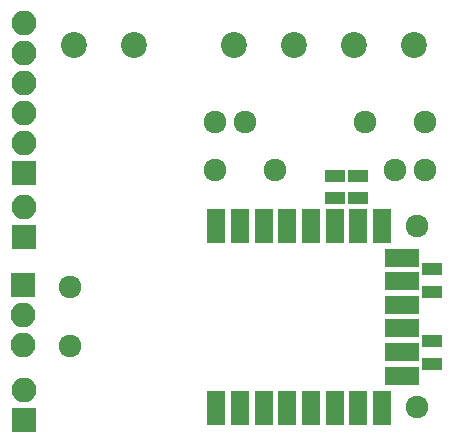
<source format=gbr>
G04 #@! TF.FileFunction,Soldermask,Bot*
%FSLAX46Y46*%
G04 Gerber Fmt 4.6, Leading zero omitted, Abs format (unit mm)*
G04 Created by KiCad (PCBNEW 4.0.6) date Thursday, 20. September 2018 19:48:34*
%MOMM*%
%LPD*%
G01*
G04 APERTURE LIST*
%ADD10C,0.100000*%
%ADD11R,1.500000X2.900000*%
%ADD12R,2.900000X1.500000*%
%ADD13R,2.100000X2.100000*%
%ADD14O,2.100000X2.100000*%
%ADD15R,1.700000X1.100000*%
%ADD16C,1.924000*%
%ADD17C,2.200000*%
G04 APERTURE END LIST*
D10*
D11*
X145034000Y-116775000D03*
X147034000Y-116775000D03*
X149034000Y-116775000D03*
X151034000Y-116775000D03*
X153034000Y-116775000D03*
X155034000Y-116775000D03*
X157034000Y-116775000D03*
X159034000Y-116775000D03*
X159034000Y-132175000D03*
X157034000Y-132175000D03*
X155034000Y-132175000D03*
X153034000Y-132175000D03*
X151034000Y-132175000D03*
X149034000Y-132175000D03*
X147034000Y-132175000D03*
X145034000Y-132175000D03*
D12*
X160734000Y-119465000D03*
X160734000Y-121465000D03*
X160734000Y-123465000D03*
X160734000Y-125465000D03*
X160734000Y-127465000D03*
X160734000Y-129465000D03*
D13*
X128778000Y-117729000D03*
D14*
X128778000Y-115189000D03*
D13*
X128778000Y-133223000D03*
D14*
X128778000Y-130683000D03*
D13*
X128778000Y-112268000D03*
D14*
X128778000Y-109728000D03*
X128778000Y-107188000D03*
X128778000Y-104648000D03*
X128778000Y-102108000D03*
X128778000Y-99568000D03*
D15*
X163322000Y-128458000D03*
X163322000Y-126558000D03*
X163322000Y-120462000D03*
X163322000Y-122362000D03*
X155092400Y-112537200D03*
X155092400Y-114437200D03*
X157022800Y-112537200D03*
X157022800Y-114437200D03*
D13*
X128676400Y-121767600D03*
D14*
X128676400Y-124307600D03*
X128676400Y-126847600D03*
D16*
X162702400Y-107950000D03*
X157622400Y-107950000D03*
X147442400Y-107950000D03*
X144902400Y-107950000D03*
X144891600Y-112064800D03*
X149971600Y-112064800D03*
X160151600Y-112064800D03*
X162691600Y-112064800D03*
X132620000Y-121960000D03*
X132620000Y-126960000D03*
X162020000Y-116760000D03*
X162020000Y-132160000D03*
D17*
X138049000Y-101473000D03*
X132969000Y-101473000D03*
X151638000Y-101498400D03*
X146558000Y-101498400D03*
X161798000Y-101473000D03*
X156718000Y-101473000D03*
M02*

</source>
